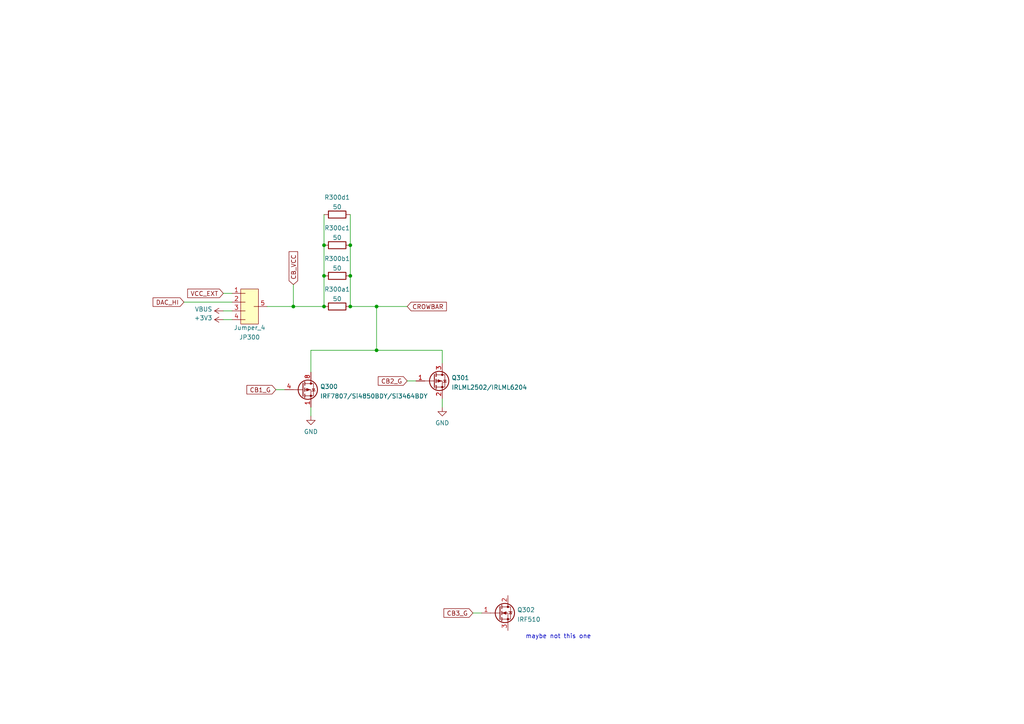
<source format=kicad_sch>
(kicad_sch (version 20211123) (generator eeschema)
  (paper "A4")
  (lib_symbols
    (symbol "Device:R" (pin_numbers hide) (pin_names (offset 0))
      (property "Reference" "R" (at 2.032 0 90))
      (property "Value" "R" (at 0 0 90))
      (symbol "R_0_1"
        (rectangle (start -1.016 -2.54) (end 1.016 2.54) (stroke (width 0.254)))
      )
      (symbol "R_1_1"
        (pin passive line (at 0 3.81 270) (length 1.27) (name "~") (number "1"))
        (pin passive line (at 0 -3.81 90) (length 1.27) (name "~") (number "2"))
      )
    )
    (symbol "Transistor_FET:IRF540N" (pin_names hide)
      (property "Reference" "Q" (at 6.35 1.905 0))
      (property "Value" "IRF540N" (at 6.35 0 0))
      (symbol "IRF540N_0_1"
        (polyline (pts (xy 0.254 0) (xy -2.54 0)))
        (polyline (pts (xy 0.254 1.905) (xy 0.254 -1.905)) (stroke (width 0.254)))
        (polyline (pts (xy 0.762 -1.27) (xy 0.762 -2.286)) (stroke (width 0.254)))
        (polyline (pts (xy 0.762 0.508) (xy 0.762 -0.508)) (stroke (width 0.254)))
        (polyline (pts (xy 0.762 2.286) (xy 0.762 1.27)) (stroke (width 0.254)))
        (polyline (pts (xy 2.54 2.54) (xy 2.54 1.778)))
        (polyline (pts (xy 2.54 -2.54) (xy 2.54 0) (xy 0.762 0)))
        (polyline (pts (xy 0.762 -1.778) (xy 3.302 -1.778) (xy 3.302 1.778) (xy 0.762 1.778)))
        (polyline (pts (xy 1.016 0) (xy 2.032 0.381) (xy 2.032 -0.381) (xy 1.016 0)) (fill (type outline)))
        (polyline (pts (xy 2.794 0.508) (xy 2.921 0.381) (xy 3.683 0.381) (xy 3.81 0.254)))
        (polyline (pts (xy 3.302 0.381) (xy 2.921 -0.254) (xy 3.683 -0.254) (xy 3.302 0.381)))
        (circle (center 1.651 0) (radius 2.794) (stroke (width 0.254)))
        (circle (center 2.54 -1.778) (radius 0.254) (fill (type outline)))
        (circle (center 2.54 1.778) (radius 0.254) (fill (type outline)))
      )
      (symbol "IRF540N_1_1"
        (pin input line (at -5.08 0 0) (length 2.54) (name "G") (number "1"))
        (pin passive line (at 2.54 5.08 270) (length 2.54) (name "D") (number "2"))
        (pin passive line (at 2.54 -5.08 90) (length 2.54) (name "S") (number "3"))
      )
    )
    (symbol "Transistor_FET:IRF7404" (pin_names hide)
      (property "Reference" "Q" (at 5.08 1.905 0))
      (property "Value" "IRF7404" (at 5.08 0 0))
      (symbol "IRF7404_0_1"
        (polyline (pts (xy 0.254 0) (xy -2.54 0)))
        (polyline (pts (xy 0.254 1.905) (xy 0.254 -1.905)) (stroke (width 0.254)))
        (polyline (pts (xy 0.762 -1.27) (xy 0.762 -2.286)) (stroke (width 0.254)))
        (polyline (pts (xy 0.762 0.508) (xy 0.762 -0.508)) (stroke (width 0.254)))
        (polyline (pts (xy 0.762 2.286) (xy 0.762 1.27)) (stroke (width 0.254)))
        (polyline (pts (xy 2.54 2.54) (xy 2.54 1.778)))
        (polyline (pts (xy 2.54 -2.54) (xy 2.54 0) (xy 0.762 0)))
        (polyline (pts (xy 0.762 1.778) (xy 3.302 1.778) (xy 3.302 -1.778) (xy 0.762 -1.778)))
        (polyline (pts (xy 2.286 0) (xy 1.27 0.381) (xy 1.27 -0.381) (xy 2.286 0)) (fill (type outline)))
        (polyline (pts (xy 2.794 -0.508) (xy 2.921 -0.381) (xy 3.683 -0.381) (xy 3.81 -0.254)))
        (polyline (pts (xy 3.302 -0.381) (xy 2.921 0.254) (xy 3.683 0.254) (xy 3.302 -0.381)))
        (circle (center 1.651 0) (radius 2.794) (stroke (width 0.254)))
        (circle (center 2.54 -1.778) (radius 0.254) (fill (type outline)))
        (circle (center 2.54 1.778) (radius 0.254) (fill (type outline)))
      )
      (symbol "IRF7404_1_1"
        (pin passive line (at 2.54 -5.08 90) (length 2.54) (name "S") (number "1"))
        (pin passive line (at 2.54 -5.08 90) (length 2.54) hide (name "S") (number "2"))
        (pin passive line (at 2.54 -5.08 90) (length 2.54) hide (name "S") (number "3"))
        (pin passive line (at -5.08 0 0) (length 2.54) (name "G") (number "4"))
        (pin passive line (at 2.54 5.08 270) (length 2.54) hide (name "D") (number "5"))
        (pin passive line (at 2.54 5.08 270) (length 2.54) hide (name "D") (number "6"))
        (pin passive line (at 2.54 5.08 270) (length 2.54) hide (name "D") (number "7"))
        (pin passive line (at 2.54 5.08 270) (length 2.54) (name "D") (number "8"))
      )
    )
    (symbol "Transistor_FET:Si2319CDS" (pin_names hide)
      (property "Reference" "Q" (at 5.08 1.905 0))
      (property "Value" "Si2319CDS" (at 5.08 0 0))
      (symbol "Si2319CDS_0_1"
        (polyline (pts (xy 0.254 0) (xy -2.54 0)))
        (polyline (pts (xy 0.254 1.905) (xy 0.254 -1.905)) (stroke (width 0.254)))
        (polyline (pts (xy 0.762 -1.27) (xy 0.762 -2.286)) (stroke (width 0.254)))
        (polyline (pts (xy 0.762 0.508) (xy 0.762 -0.508)) (stroke (width 0.254)))
        (polyline (pts (xy 0.762 2.286) (xy 0.762 1.27)) (stroke (width 0.254)))
        (polyline (pts (xy 2.54 2.54) (xy 2.54 1.778)))
        (polyline (pts (xy 2.54 -2.54) (xy 2.54 0) (xy 0.762 0)))
        (polyline (pts (xy 0.762 1.778) (xy 3.302 1.778) (xy 3.302 -1.778) (xy 0.762 -1.778)))
        (polyline (pts (xy 2.286 0) (xy 1.27 0.381) (xy 1.27 -0.381) (xy 2.286 0)) (fill (type outline)))
        (polyline (pts (xy 2.794 -0.508) (xy 2.921 -0.381) (xy 3.683 -0.381) (xy 3.81 -0.254)))
        (polyline (pts (xy 3.302 -0.381) (xy 2.921 0.254) (xy 3.683 0.254) (xy 3.302 -0.381)))
        (circle (center 1.651 0) (radius 2.794) (stroke (width 0.254)))
        (circle (center 2.54 -1.778) (radius 0.254) (fill (type outline)))
        (circle (center 2.54 1.778) (radius 0.254) (fill (type outline)))
      )
      (symbol "Si2319CDS_1_1"
        (pin input line (at -5.08 0 0) (length 2.54) (name "G") (number "1"))
        (pin passive line (at 2.54 -5.08 90) (length 2.54) (name "S") (number "2"))
        (pin passive line (at 2.54 5.08 270) (length 2.54) (name "D") (number "3"))
      )
    )
    (symbol "misc-mcus:Jumper_4" (pin_names (offset 1.016))
      (property "Reference" "JP" (at 0 11.43 0))
      (property "Value" "Jumper_4" (at 0 11.43 0))
      (symbol "Jumper_4_0_1"
        (rectangle (start -2.54 5.08) (end 2.54 -5.08) (fill (type background)))
        (polyline (pts (xy -2.54 -3.81) (xy -1.27 -3.81)))
        (polyline (pts (xy -2.54 -1.27) (xy -1.27 -1.27)))
        (polyline (pts (xy -2.54 1.27) (xy -1.27 1.27)))
        (polyline (pts (xy -2.54 3.81) (xy -1.27 3.81)))
        (polyline (pts (xy 2.54 0) (xy 1.27 0)))
      )
      (symbol "Jumper_4_1_1"
        (pin passive line (at -5.08 3.81 0) (length 2.54) (name "~") (number "1"))
        (pin passive line (at -5.08 1.27 0) (length 2.54) (name "~") (number "2"))
        (pin passive line (at -5.08 -1.27 0) (length 2.54) (name "~") (number "3"))
        (pin passive line (at -5.08 -3.81 0) (length 2.54) (name "~") (number "4"))
        (pin passive line (at 5.08 0 180) (length 2.54) (name "~") (number "5"))
      )
    )
    (symbol "power:+3.3V" (power) (pin_names (offset 0))
      (property "Value" "+3.3V" (at 0 3.556 0))
      (symbol "+3.3V_0_1"
        (polyline (pts (xy -0.762 1.27) (xy 0 2.54)))
        (polyline (pts (xy 0 0) (xy 0 2.54)))
        (polyline (pts (xy 0 2.54) (xy 0.762 1.27)))
      )
      (symbol "+3.3V_1_1"
        (pin power_in line (at 0 0 90) (length 0) hide (name "+3V3") (number "1"))
      )
    )
    (symbol "power:GND" (power) (pin_names (offset 0))
      (property "Value" "GND" (at 0 -3.81 0))
      (symbol "GND_0_1"
        (polyline (pts (xy 0 0) (xy 0 -1.27) (xy 1.27 -1.27) (xy 0 -2.54) (xy -1.27 -1.27) (xy 0 -1.27)))
      )
      (symbol "GND_1_1"
        (pin power_in line (at 0 0 270) (length 0) hide (name "GND") (number "1"))
      )
    )
    (symbol "power:VBUS" (power) (pin_names (offset 0))
      (property "Value" "VBUS" (at 0 3.81 0))
      (symbol "VBUS_0_1"
        (polyline (pts (xy -0.762 1.27) (xy 0 2.54)))
        (polyline (pts (xy 0 0) (xy 0 2.54)))
        (polyline (pts (xy 0 2.54) (xy 0.762 1.27)))
      )
      (symbol "VBUS_1_1"
        (pin power_in line (at 0 0 90) (length 0) hide (name "VBUS") (number "1"))
      )
    )
  )
  (junction (at 101.6 71.12))
  (junction (at 101.6 88.9))
  (junction (at 85.09 88.9))
  (junction (at 93.98 71.12))
  (junction (at 101.6 80.01))
  (junction (at 93.98 80.01))
  (junction (at 109.22 101.6))
  (junction (at 93.98 88.9))
  (junction (at 109.22 88.9))
  (wire (pts (xy 67.31 92.71) (xy 64.77 92.71)))
  (wire (pts (xy 67.31 85.09) (xy 64.77 85.09)))
  (wire (pts (xy 101.6 88.9) (xy 109.22 88.9)))
  (wire (pts (xy 85.09 82.55) (xy 85.09 88.9)))
  (wire (pts (xy 67.31 87.63) (xy 53.34 87.63)))
  (wire (pts (xy 109.22 101.6) (xy 128.27 101.6)))
  (wire (pts (xy 93.98 71.12) (xy 93.98 80.01)))
  (wire (pts (xy 109.22 101.6) (xy 109.22 88.9)))
  (wire (pts (xy 137.16 177.8) (xy 139.7 177.8)))
  (wire (pts (xy 128.27 115.57) (xy 128.27 118.11)))
  (wire (pts (xy 93.98 62.23) (xy 93.98 71.12)))
  (wire (pts (xy 109.22 88.9) (xy 118.11 88.9)))
  (wire (pts (xy 67.31 90.17) (xy 64.77 90.17)))
  (wire (pts (xy 85.09 88.9) (xy 93.98 88.9)))
  (wire (pts (xy 101.6 62.23) (xy 101.6 71.12)))
  (wire (pts (xy 90.17 101.6) (xy 109.22 101.6)))
  (wire (pts (xy 90.17 107.95) (xy 90.17 101.6)))
  (wire (pts (xy 128.27 105.41) (xy 128.27 101.6)))
  (wire (pts (xy 80.01 113.03) (xy 82.55 113.03)))
  (wire (pts (xy 118.11 110.49) (xy 120.65 110.49)))
  (wire (pts (xy 93.98 80.01) (xy 93.98 88.9)))
  (wire (pts (xy 77.47 88.9) (xy 85.09 88.9)))
  (wire (pts (xy 101.6 80.01) (xy 101.6 88.9)))
  (wire (pts (xy 90.17 118.11) (xy 90.17 120.65)))
  (wire (pts (xy 101.6 71.12) (xy 101.6 80.01)))
  (text "maybe not this one" (at 152.4 185.42 0) (effects (font (size 1.27 1.27)) (justify left bottom)))
  (global_label "DAC_HI" (shape input) (at 53.34 87.63 180) (property "Intersheet References" "${INTERSHEET_REFS}" (effects hide)))
  (global_label "CB1_G" (shape input) (at 80.01 113.03 180) (property "Intersheet References" "${INTERSHEET_REFS}" (effects hide)))
  (global_label "CB3_G" (shape input) (at 137.16 177.8 180) (property "Intersheet References" "${INTERSHEET_REFS}" (effects hide)))
  (global_label "CB2_G" (shape input) (at 118.11 110.49 180) (property "Intersheet References" "${INTERSHEET_REFS}" (effects hide)))
  (global_label "VCC_EXT" (shape input) (at 64.77 85.09 180) (property "Intersheet References" "${INTERSHEET_REFS}" (effects hide)))
  (global_label "CB_VCC" (shape input) (at 85.09 82.55 90) (property "Intersheet References" "${INTERSHEET_REFS}" (effects hide)))
  (global_label "CROWBAR" (shape input) (at 118.11 88.9 0) (property "Intersheet References" "${INTERSHEET_REFS}" (effects hide)))
  (symbol (lib_id "Transistor_FET:IRF7404") (at 87.63 113.03 0) (unit 1)
    (property "Reference" "Q300" (at 92.837 112.1215 0) (effects (justify left)))
    (property "Value" "IRF7807/Si4850BDY/Si3464BDY" (at 92.837 114.8966 0) (effects (justify left)))
    (property "Footprint" "Package_SO:SOIC-8_3.9x4.9mm_P1.27mm" (effects hide))
    (property "Datasheet" "http://www.infineon.com/dgdl/irf7404.pdf?fileId=5546d462533600a4015355fa2b5b1b9e" (effects hide))
  )
  (symbol (lib_id "Device:R") (at 97.79 71.12 90) (unit 1) (in_bom no)
    (property "Reference" "R300c1" (at 97.79 66.1375 90))
    (property "Value" "50" (at 97.79 68.9126 90))
    (property "Footprint" "Resistor_SMD:R_1206_3216Metric_Pad1.30x1.75mm_HandSolder" (effects hide))
  )
  (symbol (lib_id "Transistor_FET:IRF540N") (at 144.78 177.8 0) (unit 1) (in_bom no) (on_board no)
    (property "Reference" "Q302" (at 149.987 176.8915 0) (effects (justify left)))
    (property "Value" "IRF510" (at 149.987 179.6666 0) (effects (justify left)))
    (property "Footprint" "Package_TO_SOT_THT:TO-220-3_Vertical" (effects hide))
    (property "Datasheet" "http://www.irf.com/product-info/datasheets/data/irf510.pdf" (effects hide))
  )
  (symbol (lib_id "misc-mcus:Jumper_4") (at 72.39 88.9 0) (unit 1)
    (property "Reference" "JP300" (at 72.39 97.8195 0))
    (property "Value" "Jumper_4" (at 72.39 95.0444 0))
    (property "Footprint" "Connector_PinHeader_2.54mm:PinHeader_2x04_P2.54mm_Vertical" (effects hide))
  )
  (symbol (lib_id "power:+3.3V") (at 64.77 92.71 90) (unit 1)
    (property "Reference" "#PWR0140" (effects hide))
    (property "Value" "+3.3V" (at 61.595 92.231 90) (effects (justify left)))
  )
  (symbol (lib_id "Device:R") (at 97.79 88.9 90) (unit 1)
    (property "Reference" "R300a1" (at 97.79 83.9175 90))
    (property "Value" "50" (at 97.79 86.6926 90))
    (property "Footprint" "Resistor_SMD:R_2512_6332Metric_Pad1.40x3.35mm_HandSolder" (effects hide))
  )
  (symbol (lib_id "power:GND") (at 128.27 118.11 0) (unit 1)
    (property "Reference" "#PWR0143" (effects hide))
    (property "Value" "GND" (at 128.27 122.6725 0))
  )
  (symbol (lib_id "Transistor_FET:Si2319CDS") (at 125.73 110.49 0) (unit 1)
    (property "Reference" "Q301" (at 130.937 109.5815 0) (effects (justify left)))
    (property "Value" "IRLML2502/IRLML6204" (at 130.937 112.3566 0) (effects (justify left)))
    (property "Footprint" "Package_TO_SOT_SMD:SOT-23" (effects hide))
    (property "Datasheet" "https://www.infineon.com/dgdl/Infineon-IRLML2502-DataSheet-v01_01-EN.pdf?fileId=5546d462533600a401535668048e2606" (effects hide))
  )
  (symbol (lib_id "power:GND") (at 90.17 120.65 0) (unit 1)
    (property "Reference" "#PWR0138" (effects hide))
    (property "Value" "GND" (at 90.17 125.2125 0))
  )
  (symbol (lib_id "Device:R") (at 97.79 62.23 90) (unit 1) (in_bom no)
    (property "Reference" "R300d1" (at 97.79 57.2475 90))
    (property "Value" "50" (at 97.79 60.0226 90))
    (property "Footprint" "Resistor_SMD:R_0805_2012Metric_Pad1.20x1.40mm_HandSolder" (effects hide))
  )
  (symbol (lib_id "Device:R") (at 97.79 80.01 90) (unit 1) (in_bom no)
    (property "Reference" "R300b1" (at 97.79 75.0275 90))
    (property "Value" "50" (at 97.79 77.8026 90))
    (property "Footprint" "Resistor_SMD:R_2010_5025Metric_Pad1.40x2.65mm_HandSolder" (effects hide))
  )
  (symbol (lib_id "power:VBUS") (at 64.77 90.17 90) (unit 1)
    (property "Reference" "#PWR0139" (effects hide))
    (property "Value" "VBUS" (at 61.595 89.691 90) (effects (justify left)))
  )
)
</source>
